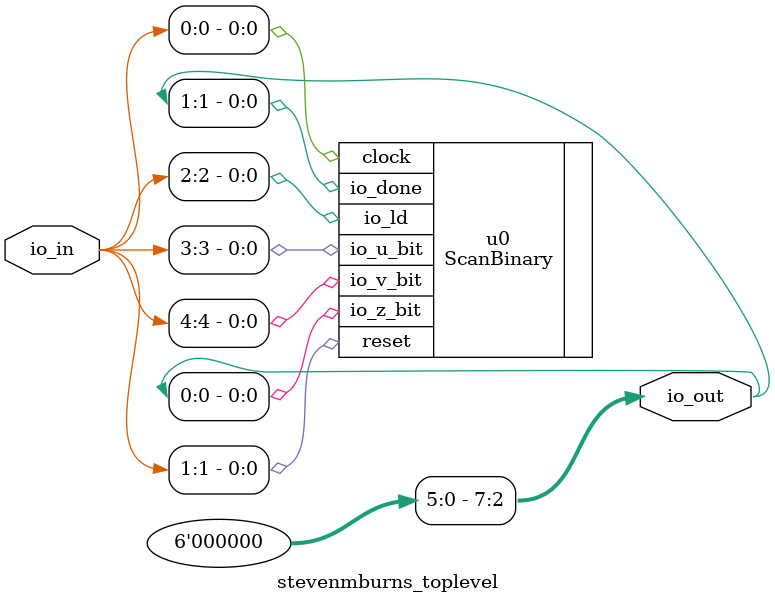
<source format=v>
module stevenmburns_toplevel(
  input [7:0] io_in,
  output [7:0] io_out
);
  
ScanBinary u0(.clock(io_in[0]),
	.reset(io_in[1]),
	.io_ld(io_in[2]),
	.io_u_bit(io_in[3]),
	.io_v_bit(io_in[4]),
	.io_z_bit(io_out[0]),
	.io_done(io_out[1]));

assign io_out[7:2] = 6'b0;

endmodule

</source>
